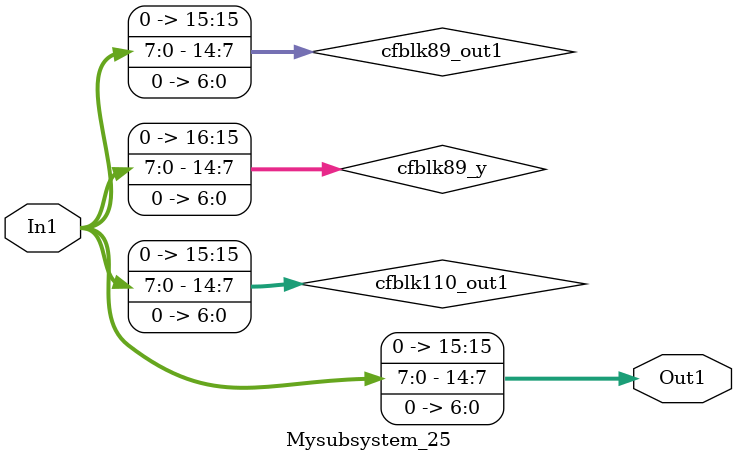
<source format=v>



`timescale 1 ns / 1 ns

module Mysubsystem_25
          (In1,
           Out1);


  input   [7:0] In1;  // uint8
  output  [15:0] Out1;  // ufix16_En7


  wire [15:0] cfblk110_out1;  // ufix16_En7
  wire [16:0] cfblk89_y;  // ufix17_En7
  wire [15:0] cfblk89_out1;  // ufix16_En7


  assign cfblk110_out1 = {1'b0, {In1, 7'b0000000}};



  assign cfblk89_y = {1'b0, cfblk110_out1};
  assign cfblk89_out1 = cfblk89_y[15:0];



  assign Out1 = cfblk89_out1;

endmodule  // Mysubsystem_25


</source>
